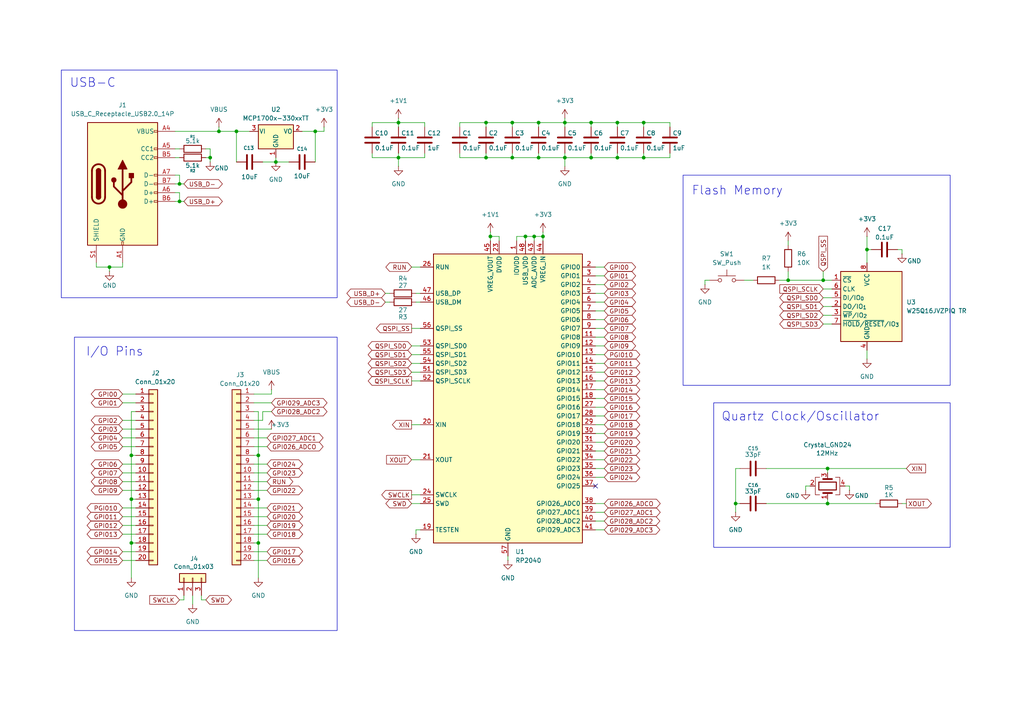
<source format=kicad_sch>
(kicad_sch (version 20250114) (generator "eeschema") (generator_version "9.0")
  (paper "A4")
  (lib_symbols
    (symbol "Connector:USB_C_Receptacle_USB2.0_14P" (pin_names (offset 1.016))
      (property "Reference" "J" (at 0 22.225 0))
      (property "Value" "USB_C_Receptacle_USB2.0_14P" (at 0 19.685 0))
      (symbol "USB_C_Receptacle_USB2.0_14P_1_1"
        (pin passive line (at -7.62 -22.86 90) (length 5.08) (name "SHIELD") (number "S1"))
        (pin passive line (at 0 -22.86 90) (length 5.08) (name "GND") (number "A1"))
        (pin passive line (at 0 -22.86 90) (length 5.08) (hide yes) (name "GND") (number "A12"))
        (pin passive line (at 0 -22.86 90) (length 5.08) (hide yes) (name "GND") (number "B1"))
        (pin passive line (at 0 -22.86 90) (length 5.08) (hide yes) (name "GND") (number "B12"))
        (pin passive line (at 15.24 15.24 180) (length 5.08) (name "VBUS") (number "A4"))
        (pin passive line (at 15.24 15.24 180) (length 5.08) (hide yes) (name "VBUS") (number "A9"))
        (pin passive line (at 15.24 15.24 180) (length 5.08) (hide yes) (name "VBUS") (number "B4"))
        (pin passive line (at 15.24 15.24 180) (length 5.08) (hide yes) (name "VBUS") (number "B9"))
        (pin bidirectional line (at 15.24 10.16 180) (length 5.08) (name "CC1") (number "A5"))
        (pin bidirectional line (at 15.24 7.62 180) (length 5.08) (name "CC2") (number "B5"))
        (pin bidirectional line (at 15.24 2.54 180) (length 5.08) (name "D-") (number "A7"))
        (pin bidirectional line (at 15.24 0 180) (length 5.08) (name "D-") (number "B7"))
        (pin bidirectional line (at 15.24 -2.54 180) (length 5.08) (name "D+") (number "A6"))
        (pin bidirectional line (at 15.24 -5.08 180) (length 5.08) (name "D+") (number "B6"))
      )
    )
    (symbol "Connector_Generic:Conn_01x03" (pin_names (offset 1.016) (hide yes))
      (property "Reference" "J" (at 0 5.08 0))
      (property "Value" "Conn_01x03" (at 0 -5.08 0))
      (symbol "Conn_01x03_1_1"
        (pin passive line (at -5.08 2.54 0) (length 3.81) (name "Pin_1") (number "1"))
        (pin passive line (at -5.08 0 0) (length 3.81) (name "Pin_2") (number "2"))
        (pin passive line (at -5.08 -2.54 0) (length 3.81) (name "Pin_3") (number "3"))
      )
    )
    (symbol "Connector_Generic:Conn_01x20" (pin_names (offset 1.016) (hide yes))
      (property "Reference" "J" (at 0 25.4 0))
      (property "Value" "Conn_01x20" (at 0 -27.94 0))
      (symbol "Conn_01x20_1_1"
        (pin passive line (at -5.08 22.86 0) (length 3.81) (name "Pin_1") (number "1"))
        (pin passive line (at -5.08 20.32 0) (length 3.81) (name "Pin_2") (number "2"))
        (pin passive line (at -5.08 17.78 0) (length 3.81) (name "Pin_3") (number "3"))
        (pin passive line (at -5.08 15.24 0) (length 3.81) (name "Pin_4") (number "4"))
        (pin passive line (at -5.08 12.7 0) (length 3.81) (name "Pin_5") (number "5"))
        (pin passive line (at -5.08 10.16 0) (length 3.81) (name "Pin_6") (number "6"))
        (pin passive line (at -5.08 7.62 0) (length 3.81) (name "Pin_7") (number "7"))
        (pin passive line (at -5.08 5.08 0) (length 3.81) (name "Pin_8") (number "8"))
        (pin passive line (at -5.08 2.54 0) (length 3.81) (name "Pin_9") (number "9"))
        (pin passive line (at -5.08 0 0) (length 3.81) (name "Pin_10") (number "10"))
        (pin passive line (at -5.08 -2.54 0) (length 3.81) (name "Pin_11") (number "11"))
        (pin passive line (at -5.08 -5.08 0) (length 3.81) (name "Pin_12") (number "12"))
        (pin passive line (at -5.08 -7.62 0) (length 3.81) (name "Pin_13") (number "13"))
        (pin passive line (at -5.08 -10.16 0) (length 3.81) (name "Pin_14") (number "14"))
        (pin passive line (at -5.08 -12.7 0) (length 3.81) (name "Pin_15") (number "15"))
        (pin passive line (at -5.08 -15.24 0) (length 3.81) (name "Pin_16") (number "16"))
        (pin passive line (at -5.08 -17.78 0) (length 3.81) (name "Pin_17") (number "17"))
        (pin passive line (at -5.08 -20.32 0) (length 3.81) (name "Pin_18") (number "18"))
        (pin passive line (at -5.08 -22.86 0) (length 3.81) (name "Pin_19") (number "19"))
        (pin passive line (at -5.08 -25.4 0) (length 3.81) (name "Pin_20") (number "20"))
      )
    )
    (symbol "Device:C" (pin_numbers (hide yes)) (pin_names (offset 0.254))
      (property "Reference" "C" (at 0.635 2.54 0))
      (property "Value" "C" (at 0.635 -2.54 0))
      (symbol "C_1_1"
        (pin passive line (at 0 3.81 270) (length 2.794) (name "~") (number "1"))
        (pin passive line (at 0 -3.81 90) (length 2.794) (name "~") (number "2"))
      )
    )
    (symbol "Device:Crystal_GND24" (pin_names (offset 1.016) (hide yes))
      (property "Reference" "Y" (at 3.175 5.08 0))
      (property "Value" "Crystal_GND24" (at 3.175 3.175 0))
      (symbol "Crystal_GND24_1_1"
        (pin passive line (at -3.81 0 0) (length 1.27) (name "1") (number "1"))
        (pin passive line (at 0 5.08 270) (length 1.27) (name "2") (number "2"))
        (pin passive line (at 0 -5.08 90) (length 1.27) (name "4") (number "4"))
        (pin passive line (at 3.81 0 180) (length 1.27) (name "3") (number "3"))
      )
    )
    (symbol "Device:R" (pin_numbers (hide yes)) (pin_names (offset 0))
      (property "Reference" "R" (at 2.032 0 90))
      (property "Value" "R" (at 0 0 90))
      (symbol "R_1_1"
        (pin passive line (at 0 3.81 270) (length 1.27) (name "~") (number "1"))
        (pin passive line (at 0 -3.81 90) (length 1.27) (name "~") (number "2"))
      )
    )
    (symbol "MCU_RaspberryPi:RP2040"
      (property "Reference" "U" (at 17.78 45.72 0))
      (property "Value" "RP2040" (at 17.78 43.18 0))
      (symbol "RP2040_1_1"
        (pin input line (at -25.4 38.1 0) (length 3.81) (name "RUN") (number "26"))
        (pin bidirectional line (at -25.4 30.48 0) (length 3.81) (name "USB_DP") (number "47"))
        (pin bidirectional line (at -25.4 27.94 0) (length 3.81) (name "USB_DM") (number "46"))
        (pin bidirectional line (at -25.4 20.32 0) (length 3.81) (name "QSPI_SS") (number "56"))
        (pin bidirectional line (at -25.4 15.24 0) (length 3.81) (name "QSPI_SD0") (number "53"))
        (pin bidirectional line (at -25.4 12.7 0) (length 3.81) (name "QSPI_SD1") (number "55"))
        (pin bidirectional line (at -25.4 10.16 0) (length 3.81) (name "QSPI_SD2") (number "54"))
        (pin bidirectional line (at -25.4 7.62 0) (length 3.81) (name "QSPI_SD3") (number "51"))
        (pin output line (at -25.4 5.08 0) (length 3.81) (name "QSPI_SCLK") (number "52"))
        (pin input line (at -25.4 -7.62 0) (length 3.81) (name "XIN") (number "20"))
        (pin passive line (at -25.4 -17.78 0) (length 3.81) (name "XOUT") (number "21"))
        (pin input line (at -25.4 -27.94 0) (length 3.81) (name "SWCLK") (number "24"))
        (pin bidirectional line (at -25.4 -30.48 0) (length 3.81) (name "SWD") (number "25"))
        (pin input line (at -25.4 -38.1 0) (length 3.81) (name "TESTEN") (number "19"))
        (pin power_out line (at -5.08 45.72 270) (length 3.81) (name "VREG_VOUT") (number "45"))
        (pin power_in line (at -2.54 45.72 270) (length 3.81) (name "DVDD") (number "23"))
        (pin passive line (at -2.54 45.72 270) (length 3.81) (hide yes) (name "DVDD") (number "50"))
        (pin power_in line (at 0 -45.72 90) (length 3.81) (name "GND") (number "57"))
        (pin power_in line (at 2.54 45.72 270) (length 3.81) (name "IOVDD") (number "1"))
        (pin passive line (at 2.54 45.72 270) (length 3.81) (hide yes) (name "IOVDD") (number "10"))
        (pin passive line (at 2.54 45.72 270) (length 3.81) (hide yes) (name "IOVDD") (number "22"))
        (pin passive line (at 2.54 45.72 270) (length 3.81) (hide yes) (name "IOVDD") (number "33"))
        (pin passive line (at 2.54 45.72 270) (length 3.81) (hide yes) (name "IOVDD") (number "42"))
        (pin passive line (at 2.54 45.72 270) (length 3.81) (hide yes) (name "IOVDD") (number "49"))
        (pin power_in line (at 5.08 45.72 270) (length 3.81) (name "USB_VDD") (number "48"))
        (pin power_in line (at 7.62 45.72 270) (length 3.81) (name "ADC_AVDD") (number "43"))
        (pin power_in line (at 10.16 45.72 270) (length 3.81) (name "VREG_IN") (number "44"))
        (pin bidirectional line (at 25.4 38.1 180) (length 3.81) (name "GPIO0") (number "2"))
        (pin bidirectional line (at 25.4 35.56 180) (length 3.81) (name "GPIO1") (number "3"))
        (pin bidirectional line (at 25.4 33.02 180) (length 3.81) (name "GPIO2") (number "4"))
        (pin bidirectional line (at 25.4 30.48 180) (length 3.81) (name "GPIO3") (number "5"))
        (pin bidirectional line (at 25.4 27.94 180) (length 3.81) (name "GPIO4") (number "6"))
        (pin bidirectional line (at 25.4 25.4 180) (length 3.81) (name "GPIO5") (number "7"))
        (pin bidirectional line (at 25.4 22.86 180) (length 3.81) (name "GPIO6") (number "8"))
        (pin bidirectional line (at 25.4 20.32 180) (length 3.81) (name "GPIO7") (number "9"))
        (pin bidirectional line (at 25.4 17.78 180) (length 3.81) (name "GPIO8") (number "11"))
        (pin bidirectional line (at 25.4 15.24 180) (length 3.81) (name "GPIO9") (number "12"))
        (pin bidirectional line (at 25.4 12.7 180) (length 3.81) (name "GPIO10") (number "13"))
        (pin bidirectional line (at 25.4 10.16 180) (length 3.81) (name "GPIO11") (number "14"))
        (pin bidirectional line (at 25.4 7.62 180) (length 3.81) (name "GPIO12") (number "15"))
        (pin bidirectional line (at 25.4 5.08 180) (length 3.81) (name "GPIO13") (number "16"))
        (pin bidirectional line (at 25.4 2.54 180) (length 3.81) (name "GPIO14") (number "17"))
        (pin bidirectional line (at 25.4 0 180) (length 3.81) (name "GPIO15") (number "18"))
        (pin bidirectional line (at 25.4 -2.54 180) (length 3.81) (name "GPIO16") (number "27"))
        (pin bidirectional line (at 25.4 -5.08 180) (length 3.81) (name "GPIO17") (number "28"))
        (pin bidirectional line (at 25.4 -7.62 180) (length 3.81) (name "GPIO18") (number "29"))
        (pin bidirectional line (at 25.4 -10.16 180) (length 3.81) (name "GPIO19") (number "30"))
        (pin bidirectional line (at 25.4 -12.7 180) (length 3.81) (name "GPIO20") (number "31"))
        (pin bidirectional line (at 25.4 -15.24 180) (length 3.81) (name "GPIO21") (number "32"))
        (pin bidirectional line (at 25.4 -17.78 180) (length 3.81) (name "GPIO22") (number "34"))
        (pin bidirectional line (at 25.4 -20.32 180) (length 3.81) (name "GPIO23") (number "35"))
        (pin bidirectional line (at 25.4 -22.86 180) (length 3.81) (name "GPIO24") (number "36"))
        (pin bidirectional line (at 25.4 -25.4 180) (length 3.81) (name "GPIO25") (number "37"))
        (pin bidirectional line (at 25.4 -30.48 180) (length 3.81) (name "GPIO26_ADC0") (number "38"))
        (pin bidirectional line (at 25.4 -33.02 180) (length 3.81) (name "GPIO27_ADC1") (number "39"))
        (pin bidirectional line (at 25.4 -35.56 180) (length 3.81) (name "GPIO28_ADC2") (number "40"))
        (pin bidirectional line (at 25.4 -38.1 180) (length 3.81) (name "GPIO29_ADC3") (number "41"))
      )
    )
    (symbol "Memory_Flash:W25Q128JVS"
      (property "Reference" "U" (at -6.35 11.43 0))
      (property "Value" "W25Q128JVS" (at 7.62 11.43 0))
      (symbol "W25Q128JVS_1_1"
        (pin input line (at -10.16 7.62 0) (length 2.54) (name "~{CS}") (number "1"))
        (pin input line (at -10.16 5.08 0) (length 2.54) (name "CLK") (number "6"))
        (pin bidirectional line (at -10.16 2.54 0) (length 2.54) (name "DI/IO_{0}") (number "5"))
        (pin bidirectional line (at -10.16 0 0) (length 2.54) (name "DO/IO_{1}") (number "2"))
        (pin bidirectional line (at -10.16 -2.54 0) (length 2.54) (name "~{WP}/IO_{2}") (number "3"))
        (pin bidirectional line (at -10.16 -5.08 0) (length 2.54) (name "~{HOLD}/~{RESET}/IO_{3}") (number "7"))
        (pin power_in line (at 0 12.7 270) (length 2.54) (name "VCC") (number "8"))
        (pin power_in line (at 0 -12.7 90) (length 2.54) (name "GND") (number "4"))
      )
    )
    (symbol "Regulator_Linear:MCP1700x-330xxTT" (pin_names (offset 0.254))
      (property "Reference" "U" (at -3.81 3.175 0))
      (property "Value" "MCP1700x-330xxTT" (at 0 3.175 0))
      (symbol "MCP1700x-330xxTT_1_1"
        (pin power_in line (at -7.62 0 0) (length 2.54) (name "VI") (number "3"))
        (pin power_in line (at 0 -7.62 90) (length 2.54) (name "GND") (number "1"))
        (pin power_out line (at 7.62 0 180) (length 2.54) (name "VO") (number "2"))
      )
    )
    (symbol "Switch:SW_Push" (pin_numbers (hide yes)) (pin_names (offset 1.016) (hide yes))
      (property "Reference" "SW" (at 1.27 2.54 0))
      (property "Value" "SW_Push" (at 0 -1.524 0))
      (symbol "SW_Push_0_1"
        (pin passive line (at -5.08 0 0) (length 2.54) (name "1") (number "1"))
        (pin passive line (at 5.08 0 180) (length 2.54) (name "2") (number "2"))
      )
    )
    (symbol "power:+1V1" (power) (pin_numbers (hide yes)) (pin_names (offset 0) (hide yes))
      (property "Value" "+1V1" (at 0 3.556 0))
      (symbol "+1V1_1_1"
        (pin power_in line (at 0 0 90) (length 0) (name "~") (number "1"))
      )
    )
    (symbol "power:+3V3" (power) (pin_numbers (hide yes)) (pin_names (offset 0) (hide yes))
      (property "Value" "+3V3" (at 0 3.556 0))
      (symbol "+3V3_1_1"
        (pin power_in line (at 0 0 90) (length 0) (name "~") (number "1"))
      )
    )
    (symbol "power:GND" (power) (pin_numbers (hide yes)) (pin_names (offset 0) (hide yes))
      (property "Value" "GND" (at 0 -3.81 0))
      (symbol "GND_1_1"
        (pin power_in line (at 0 0 270) (length 0) (name "~") (number "1"))
      )
    )
    (symbol "power:VBUS" (power) (pin_numbers (hide yes)) (pin_names (offset 0) (hide yes))
      (property "Value" "VBUS" (at 0 3.556 0))
      (symbol "VBUS_1_1"
        (pin power_in line (at 0 0 90) (length 0) (name "~") (number "1"))
      )
    )
  )
  (rectangle (start 21.59 97.79) (end 97.79 182.88))
  (rectangle (start 198.12 50.8) (end 275.59 111.76))
  (rectangle (start 17.78 20.32) (end 97.79 86.36))
  (rectangle (start 207.01 116.84) (end 275.59 158.75))
  (text "I/O Pins" (at 33.274 102.108 0) (effects (font (size 2.54 2.54))))
  (text "Flash Memory" (at 213.868 55.372 0) (effects (font (size 2.54 2.54))))
  (text "Quartz Clock/Oscillator" (at 232.156 120.904 0) (effects (font (size 2.54 2.54))))
  (text "USB-C" (at 26.924 24.13 0) (effects (font (size 2.54 2.54))))
  (junction (at 251.46 72.39))
  (junction (at 238.76 81.28))
  (junction (at 240.03 146.05))
  (junction (at 152.4 68.58))
  (junction (at 115.57 45.72))
  (junction (at 63.5 38.1))
  (junction (at 154.94 68.58))
  (junction (at 148.59 35.56))
  (junction (at 74.93 157.48))
  (junction (at 213.36 146.05))
  (junction (at 74.93 132.08))
  (junction (at 148.59 45.72))
  (junction (at 74.93 144.78))
  (junction (at 156.21 45.72))
  (junction (at 91.44 38.1))
  (junction (at 186.69 45.72))
  (junction (at 171.45 45.72))
  (junction (at 186.69 35.56))
  (junction (at 60.96 45.72))
  (junction (at 140.97 35.56))
  (junction (at 142.24 68.58))
  (junction (at 52.07 58.42))
  (junction (at 38.1 157.48))
  (junction (at 115.57 35.56))
  (junction (at 163.83 45.72))
  (junction (at 38.1 132.08))
  (junction (at 163.83 35.56))
  (junction (at 68.58 38.1))
  (junction (at 179.07 35.56))
  (junction (at 157.48 68.58))
  (junction (at 140.97 45.72))
  (junction (at 52.07 53.34))
  (junction (at 179.07 45.72))
  (junction (at 31.75 77.47))
  (junction (at 156.21 35.56))
  (junction (at 80.01 46.99))
  (junction (at 240.03 135.89))
  (junction (at 38.1 144.78))
  (junction (at 228.6 81.28))
  (junction (at 171.45 35.56))
  (no_connect (at 172.72 140.97))
  (wire (pts (xy 53.34 173.99) (xy 52.07 173.99)))
  (wire (pts (xy 73.66 127) (xy 77.47 127)))
  (wire (pts (xy 35.56 162.56) (xy 39.37 162.56)))
  (wire (pts (xy 238.76 88.9) (xy 241.3 88.9)))
  (wire (pts (xy 73.66 149.86) (xy 77.47 149.86)))
  (wire (pts (xy 115.57 45.72) (xy 115.57 48.26)))
  (wire (pts (xy 194.31 45.72) (xy 186.69 45.72)))
  (wire (pts (xy 213.36 146.05) (xy 213.36 148.59)))
  (wire (pts (xy 111.76 87.63) (xy 113.03 87.63)))
  (wire (pts (xy 111.76 85.09) (xy 113.03 85.09)))
  (wire (pts (xy 73.66 132.08) (xy 74.93 132.08)))
  (wire (pts (xy 140.97 35.56) (xy 148.59 35.56)))
  (wire (pts (xy 35.56 142.24) (xy 39.37 142.24)))
  (wire (pts (xy 107.95 35.56) (xy 115.57 35.56)))
  (wire (pts (xy 179.07 44.45) (xy 179.07 45.72)))
  (wire (pts (xy 246.38 140.97) (xy 246.38 142.24)))
  (wire (pts (xy 172.72 120.65) (xy 175.26 120.65)))
  (wire (pts (xy 172.72 95.25) (xy 175.26 95.25)))
  (wire (pts (xy 172.72 85.09) (xy 175.26 85.09)))
  (wire (pts (xy 38.1 132.08) (xy 39.37 132.08)))
  (wire (pts (xy 73.66 139.7) (xy 77.47 139.7)))
  (wire (pts (xy 52.07 53.34) (xy 50.8 53.34)))
  (wire (pts (xy 133.35 36.83) (xy 133.35 35.56)))
  (wire (pts (xy 80.01 46.99) (xy 83.82 46.99)))
  (wire (pts (xy 35.56 116.84) (xy 39.37 116.84)))
  (wire (pts (xy 50.8 45.72) (xy 52.07 45.72)))
  (wire (pts (xy 115.57 44.45) (xy 115.57 45.72)))
  (wire (pts (xy 240.03 135.89) (xy 240.03 137.16)))
  (wire (pts (xy 91.44 38.1) (xy 93.98 38.1)))
  (wire (pts (xy 123.19 35.56) (xy 115.57 35.56)))
  (wire (pts (xy 215.9 81.28) (xy 218.44 81.28)))
  (wire (pts (xy 73.66 134.62) (xy 77.47 134.62)))
  (wire (pts (xy 240.03 146.05) (xy 254 146.05)))
  (wire (pts (xy 186.69 44.45) (xy 186.69 45.72)))
  (wire (pts (xy 38.1 119.38) (xy 38.1 132.08)))
  (wire (pts (xy 163.83 45.72) (xy 163.83 44.45)))
  (wire (pts (xy 163.83 35.56) (xy 163.83 36.83)))
  (wire (pts (xy 73.66 129.54) (xy 77.47 129.54)))
  (wire (pts (xy 148.59 35.56) (xy 148.59 36.83)))
  (wire (pts (xy 35.56 152.4) (xy 39.37 152.4)))
  (wire (pts (xy 121.92 153.67) (xy 120.65 153.67)))
  (wire (pts (xy 172.72 138.43) (xy 175.26 138.43)))
  (wire (pts (xy 172.72 151.13) (xy 175.26 151.13)))
  (wire (pts (xy 73.66 142.24) (xy 77.47 142.24)))
  (wire (pts (xy 142.24 67.31) (xy 142.24 68.58)))
  (wire (pts (xy 172.72 107.95) (xy 175.26 107.95)))
  (wire (pts (xy 73.66 121.92) (xy 76.2 121.92)))
  (wire (pts (xy 251.46 101.6) (xy 251.46 104.14)))
  (wire (pts (xy 50.8 50.8) (xy 52.07 50.8)))
  (wire (pts (xy 78.74 114.3) (xy 78.74 113.03)))
  (wire (pts (xy 186.69 35.56) (xy 186.69 36.83)))
  (wire (pts (xy 172.72 102.87) (xy 175.26 102.87)))
  (wire (pts (xy 35.56 114.3) (xy 39.37 114.3)))
  (wire (pts (xy 35.56 137.16) (xy 39.37 137.16)))
  (wire (pts (xy 240.03 146.05) (xy 240.03 144.78)))
  (wire (pts (xy 123.19 44.45) (xy 123.19 45.72)))
  (wire (pts (xy 251.46 72.39) (xy 252.73 72.39)))
  (wire (pts (xy 172.72 148.59) (xy 175.26 148.59)))
  (wire (pts (xy 214.63 146.05) (xy 213.36 146.05)))
  (wire (pts (xy 245.11 140.97) (xy 246.38 140.97)))
  (wire (pts (xy 119.38 146.05) (xy 121.92 146.05)))
  (wire (pts (xy 222.25 146.05) (xy 240.03 146.05)))
  (wire (pts (xy 31.75 77.47) (xy 35.56 77.47)))
  (wire (pts (xy 172.72 80.01) (xy 175.26 80.01)))
  (wire (pts (xy 80.01 45.72) (xy 80.01 46.99)))
  (wire (pts (xy 172.72 146.05) (xy 175.26 146.05)))
  (wire (pts (xy 73.66 162.56) (xy 77.47 162.56)))
  (wire (pts (xy 60.96 43.18) (xy 60.96 45.72)))
  (wire (pts (xy 74.93 132.08) (xy 74.93 144.78)))
  (wire (pts (xy 119.38 110.49) (xy 121.92 110.49)))
  (wire (pts (xy 35.56 127) (xy 39.37 127)))
  (wire (pts (xy 73.66 154.94) (xy 77.47 154.94)))
  (wire (pts (xy 31.75 77.47) (xy 31.75 78.74)))
  (wire (pts (xy 204.47 82.55) (xy 204.47 81.28)))
  (wire (pts (xy 238.76 81.28) (xy 241.3 81.28)))
  (wire (pts (xy 73.66 160.02) (xy 77.47 160.02)))
  (wire (pts (xy 148.59 45.72) (xy 156.21 45.72)))
  (wire (pts (xy 172.72 77.47) (xy 175.26 77.47)))
  (wire (pts (xy 115.57 34.29) (xy 115.57 35.56)))
  (wire (pts (xy 228.6 69.85) (xy 228.6 71.12)))
  (wire (pts (xy 142.24 69.85) (xy 142.24 68.58)))
  (wire (pts (xy 154.94 68.58) (xy 157.48 68.58)))
  (wire (pts (xy 35.56 139.7) (xy 39.37 139.7)))
  (wire (pts (xy 156.21 35.56) (xy 163.83 35.56)))
  (wire (pts (xy 73.66 124.46) (xy 78.74 124.46)))
  (wire (pts (xy 172.72 110.49) (xy 175.26 110.49)))
  (wire (pts (xy 27.94 76.2) (xy 27.94 77.47)))
  (wire (pts (xy 133.35 45.72) (xy 140.97 45.72)))
  (wire (pts (xy 115.57 35.56) (xy 115.57 36.83)))
  (wire (pts (xy 172.72 105.41) (xy 175.26 105.41)))
  (wire (pts (xy 52.07 50.8) (xy 52.07 53.34)))
  (wire (pts (xy 52.07 53.34) (xy 53.34 53.34)))
  (wire (pts (xy 172.72 123.19) (xy 175.26 123.19)))
  (wire (pts (xy 39.37 119.38) (xy 38.1 119.38)))
  (wire (pts (xy 35.56 134.62) (xy 39.37 134.62)))
  (wire (pts (xy 35.56 129.54) (xy 39.37 129.54)))
  (wire (pts (xy 35.56 77.47) (xy 35.56 76.2)))
  (wire (pts (xy 119.38 77.47) (xy 121.92 77.47)))
  (wire (pts (xy 238.76 83.82) (xy 241.3 83.82)))
  (wire (pts (xy 140.97 44.45) (xy 140.97 45.72)))
  (wire (pts (xy 152.4 68.58) (xy 152.4 69.85)))
  (wire (pts (xy 152.4 68.58) (xy 154.94 68.58)))
  (wire (pts (xy 60.96 45.72) (xy 59.69 45.72)))
  (wire (pts (xy 142.24 68.58) (xy 144.78 68.58)))
  (wire (pts (xy 149.86 69.85) (xy 149.86 68.58)))
  (wire (pts (xy 119.38 143.51) (xy 121.92 143.51)))
  (wire (pts (xy 179.07 45.72) (xy 171.45 45.72)))
  (wire (pts (xy 194.31 44.45) (xy 194.31 45.72)))
  (wire (pts (xy 213.36 135.89) (xy 213.36 146.05)))
  (wire (pts (xy 172.72 133.35) (xy 175.26 133.35)))
  (wire (pts (xy 123.19 45.72) (xy 115.57 45.72)))
  (wire (pts (xy 172.72 92.71) (xy 175.26 92.71)))
  (wire (pts (xy 53.34 172.72) (xy 53.34 173.99)))
  (wire (pts (xy 38.1 157.48) (xy 39.37 157.48)))
  (wire (pts (xy 171.45 35.56) (xy 171.45 36.83)))
  (wire (pts (xy 149.86 68.58) (xy 152.4 68.58)))
  (wire (pts (xy 74.93 119.38) (xy 74.93 132.08)))
  (wire (pts (xy 93.98 38.1) (xy 93.98 36.83)))
  (wire (pts (xy 58.42 172.72) (xy 58.42 173.99)))
  (wire (pts (xy 119.38 100.33) (xy 121.92 100.33)))
  (wire (pts (xy 234.95 140.97) (xy 233.68 140.97)))
  (wire (pts (xy 120.65 85.09) (xy 121.92 85.09)))
  (wire (pts (xy 76.2 46.99) (xy 80.01 46.99)))
  (wire (pts (xy 73.66 157.48) (xy 74.93 157.48)))
  (wire (pts (xy 172.72 135.89) (xy 175.26 135.89)))
  (wire (pts (xy 52.07 55.88) (xy 52.07 58.42)))
  (wire (pts (xy 119.38 102.87) (xy 121.92 102.87)))
  (wire (pts (xy 55.88 172.72) (xy 55.88 175.26)))
  (wire (pts (xy 76.2 121.92) (xy 76.2 119.38)))
  (wire (pts (xy 35.56 149.86) (xy 39.37 149.86)))
  (wire (pts (xy 123.19 36.83) (xy 123.19 35.56)))
  (wire (pts (xy 228.6 81.28) (xy 238.76 81.28)))
  (wire (pts (xy 172.72 153.67) (xy 175.26 153.67)))
  (wire (pts (xy 157.48 68.58) (xy 157.48 69.85)))
  (wire (pts (xy 172.72 128.27) (xy 175.26 128.27)))
  (wire (pts (xy 148.59 35.56) (xy 156.21 35.56)))
  (wire (pts (xy 156.21 45.72) (xy 163.83 45.72)))
  (wire (pts (xy 91.44 46.99) (xy 91.44 38.1)))
  (wire (pts (xy 27.94 77.47) (xy 31.75 77.47)))
  (wire (pts (xy 238.76 93.98) (xy 241.3 93.98)))
  (wire (pts (xy 172.72 90.17) (xy 175.26 90.17)))
  (wire (pts (xy 133.35 44.45) (xy 133.35 45.72)))
  (wire (pts (xy 120.65 153.67) (xy 120.65 154.94)))
  (wire (pts (xy 233.68 140.97) (xy 233.68 142.24)))
  (wire (pts (xy 213.36 135.89) (xy 214.63 135.89)))
  (wire (pts (xy 163.83 45.72) (xy 163.83 48.26)))
  (wire (pts (xy 156.21 44.45) (xy 156.21 45.72)))
  (wire (pts (xy 35.56 124.46) (xy 39.37 124.46)))
  (wire (pts (xy 52.07 58.42) (xy 50.8 58.42)))
  (wire (pts (xy 140.97 45.72) (xy 148.59 45.72)))
  (wire (pts (xy 119.38 105.41) (xy 121.92 105.41)))
  (wire (pts (xy 58.42 173.99) (xy 59.69 173.99)))
  (wire (pts (xy 172.72 113.03) (xy 175.26 113.03)))
  (wire (pts (xy 35.56 147.32) (xy 39.37 147.32)))
  (wire (pts (xy 157.48 67.31) (xy 157.48 68.58)))
  (wire (pts (xy 74.93 157.48) (xy 74.93 167.64)))
  (wire (pts (xy 140.97 35.56) (xy 140.97 36.83)))
  (wire (pts (xy 35.56 160.02) (xy 39.37 160.02)))
  (wire (pts (xy 50.8 43.18) (xy 52.07 43.18)))
  (wire (pts (xy 251.46 72.39) (xy 251.46 76.2)))
  (wire (pts (xy 68.58 38.1) (xy 72.39 38.1)))
  (wire (pts (xy 194.31 36.83) (xy 194.31 35.56)))
  (wire (pts (xy 38.1 144.78) (xy 39.37 144.78)))
  (wire (pts (xy 73.66 119.38) (xy 74.93 119.38)))
  (wire (pts (xy 144.78 68.58) (xy 144.78 69.85)))
  (wire (pts (xy 38.1 132.08) (xy 38.1 144.78)))
  (wire (pts (xy 119.38 133.35) (xy 121.92 133.35)))
  (wire (pts (xy 60.96 45.72) (xy 60.96 46.99)))
  (wire (pts (xy 179.07 35.56) (xy 171.45 35.56)))
  (wire (pts (xy 172.72 97.79) (xy 175.26 97.79)))
  (wire (pts (xy 228.6 78.74) (xy 228.6 81.28)))
  (wire (pts (xy 238.76 91.44) (xy 241.3 91.44)))
  (wire (pts (xy 172.72 130.81) (xy 175.26 130.81)))
  (wire (pts (xy 261.62 146.05) (xy 262.89 146.05)))
  (wire (pts (xy 119.38 107.95) (xy 121.92 107.95)))
  (wire (pts (xy 35.56 121.92) (xy 39.37 121.92)))
  (wire (pts (xy 171.45 44.45) (xy 171.45 45.72)))
  (wire (pts (xy 163.83 34.29) (xy 163.83 35.56)))
  (wire (pts (xy 172.72 125.73) (xy 175.26 125.73)))
  (wire (pts (xy 133.35 35.56) (xy 140.97 35.56)))
  (wire (pts (xy 63.5 36.83) (xy 63.5 38.1)))
  (wire (pts (xy 172.72 87.63) (xy 175.26 87.63)))
  (wire (pts (xy 194.31 35.56) (xy 186.69 35.56)))
  (wire (pts (xy 179.07 35.56) (xy 179.07 36.83)))
  (wire (pts (xy 120.65 87.63) (xy 121.92 87.63)))
  (wire (pts (xy 107.95 36.83) (xy 107.95 35.56)))
  (wire (pts (xy 68.58 38.1) (xy 68.58 46.99)))
  (wire (pts (xy 119.38 95.25) (xy 121.92 95.25)))
  (wire (pts (xy 261.62 72.39) (xy 261.62 73.66)))
  (wire (pts (xy 91.44 38.1) (xy 87.63 38.1)))
  (wire (pts (xy 226.06 81.28) (xy 228.6 81.28)))
  (wire (pts (xy 73.66 152.4) (xy 77.47 152.4)))
  (wire (pts (xy 154.94 68.58) (xy 154.94 69.85)))
  (wire (pts (xy 50.8 55.88) (xy 52.07 55.88)))
  (wire (pts (xy 171.45 45.72) (xy 163.83 45.72)))
  (wire (pts (xy 38.1 157.48) (xy 38.1 167.64)))
  (wire (pts (xy 172.72 118.11) (xy 175.26 118.11)))
  (wire (pts (xy 222.25 135.89) (xy 240.03 135.89)))
  (wire (pts (xy 156.21 35.56) (xy 156.21 36.83)))
  (wire (pts (xy 35.56 154.94) (xy 39.37 154.94)))
  (wire (pts (xy 73.66 114.3) (xy 78.74 114.3)))
  (wire (pts (xy 204.47 81.28) (xy 205.74 81.28)))
  (wire (pts (xy 238.76 86.36) (xy 241.3 86.36)))
  (wire (pts (xy 172.72 100.33) (xy 175.26 100.33)))
  (wire (pts (xy 73.66 137.16) (xy 77.47 137.16)))
  (wire (pts (xy 52.07 58.42) (xy 53.34 58.42)))
  (wire (pts (xy 240.03 135.89) (xy 262.89 135.89)))
  (wire (pts (xy 107.95 44.45) (xy 107.95 45.72)))
  (wire (pts (xy 238.76 78.74) (xy 238.76 81.28)))
  (wire (pts (xy 74.93 144.78) (xy 74.93 157.48)))
  (wire (pts (xy 73.66 144.78) (xy 74.93 144.78)))
  (wire (pts (xy 171.45 35.56) (xy 163.83 35.56)))
  (wire (pts (xy 38.1 144.78) (xy 38.1 157.48)))
  (wire (pts (xy 148.59 44.45) (xy 148.59 45.72)))
  (wire (pts (xy 76.2 119.38) (xy 78.74 119.38)))
  (wire (pts (xy 59.69 43.18) (xy 60.96 43.18)))
  (wire (pts (xy 260.35 72.39) (xy 261.62 72.39)))
  (wire (pts (xy 63.5 38.1) (xy 68.58 38.1)))
  (wire (pts (xy 73.66 116.84) (xy 78.74 116.84)))
  (wire (pts (xy 73.66 147.32) (xy 77.47 147.32)))
  (wire (pts (xy 172.72 82.55) (xy 175.26 82.55)))
  (wire (pts (xy 251.46 68.58) (xy 251.46 72.39)))
  (wire (pts (xy 186.69 35.56) (xy 179.07 35.56)))
  (wire (pts (xy 107.95 45.72) (xy 115.57 45.72)))
  (wire (pts (xy 147.32 161.29) (xy 147.32 162.56)))
  (wire (pts (xy 186.69 45.72) (xy 179.07 45.72)))
  (wire (pts (xy 172.72 115.57) (xy 175.26 115.57)))
  (wire (pts (xy 50.8 38.1) (xy 63.5 38.1)))
  (wire (pts (xy 119.38 123.19) (xy 121.92 123.19)))
  (global_label "GPI04" (shape bidirectional) (at 175.26 87.63 0) (property "Intersheetrefs" "${INTERSHEET_REFS}" (effects (hide yes))))
  (global_label "GPI018" (shape bidirectional) (at 175.26 123.19 0) (property "Intersheetrefs" "${INTERSHEET_REFS}" (effects (hide yes))))
  (global_label "QSPI_SCLK" (shape output) (at 119.38 110.49 180) (property "Intersheetrefs" "${INTERSHEET_REFS}" (effects (hide yes))))
  (global_label "QSPI_SD1" (shape bidirectional) (at 238.76 88.9 180) (property "Intersheetrefs" "${INTERSHEET_REFS}" (effects (hide yes))))
  (global_label "GPI024" (shape bidirectional) (at 77.47 134.62 0) (property "Intersheetrefs" "${INTERSHEET_REFS}" (effects (hide yes))))
  (global_label "SWCLK" (shape output) (at 119.38 143.51 180) (property "Intersheetrefs" "${INTERSHEET_REFS}" (effects (hide yes))))
  (global_label "GPI018" (shape bidirectional) (at 77.47 154.94 0) (property "Intersheetrefs" "${INTERSHEET_REFS}" (effects (hide yes))))
  (global_label "SWD" (shape bidirectional) (at 119.38 146.05 180) (property "Intersheetrefs" "${INTERSHEET_REFS}" (effects (hide yes))))
  (global_label "GPI019" (shape bidirectional) (at 77.47 152.4 0) (property "Intersheetrefs" "${INTERSHEET_REFS}" (effects (hide yes))))
  (global_label "USB_D+" (shape bidirectional) (at 53.34 58.42 0) (property "Intersheetrefs" "${INTERSHEET_REFS}" (effects (hide yes))))
  (global_label "GPI00" (shape bidirectional) (at 35.56 114.3 180) (property "Intersheetrefs" "${INTERSHEET_REFS}" (effects (hide yes))))
  (global_label "GPI09" (shape bidirectional) (at 35.56 142.24 180) (property "Intersheetrefs" "${INTERSHEET_REFS}" (effects (hide yes))))
  (global_label "GPI029_ADC3" (shape bidirectional) (at 78.74 116.84 0) (property "Intersheetrefs" "${INTERSHEET_REFS}" (effects (hide yes))))
  (global_label "GPI07" (shape bidirectional) (at 175.26 95.25 0) (property "Intersheetrefs" "${INTERSHEET_REFS}" (effects (hide yes))))
  (global_label "GPI026_ADCO" (shape bidirectional) (at 77.47 129.54 0) (property "Intersheetrefs" "${INTERSHEET_REFS}" (effects (hide yes))))
  (global_label "USB_D-" (shape bidirectional) (at 53.34 53.34 0) (property "Intersheetrefs" "${INTERSHEET_REFS}" (effects (hide yes))))
  (global_label "GPI011" (shape bidirectional) (at 175.26 105.41 0) (property "Intersheetrefs" "${INTERSHEET_REFS}" (effects (hide yes))))
  (global_label "GPI020" (shape bidirectional) (at 77.47 149.86 0) (property "Intersheetrefs" "${INTERSHEET_REFS}" (effects (hide yes))))
  (global_label "XIN" (shape input) (at 262.89 135.89 0) (property "Intersheetrefs" "${INTERSHEET_REFS}" (effects (hide yes))))
  (global_label "GPI012" (shape bidirectional) (at 35.56 152.4 180) (property "Intersheetrefs" "${INTERSHEET_REFS}" (effects (hide yes))))
  (global_label "GPI028_ADC2" (shape bidirectional) (at 175.26 151.13 0) (property "Intersheetrefs" "${INTERSHEET_REFS}" (effects (hide yes))))
  (global_label "GPI08" (shape bidirectional) (at 175.26 97.79 0) (property "Intersheetrefs" "${INTERSHEET_REFS}" (effects (hide yes))))
  (global_label "GPI021" (shape bidirectional) (at 77.47 147.32 0) (property "Intersheetrefs" "${INTERSHEET_REFS}" (effects (hide yes))))
  (global_label "GPI026_ADCO" (shape bidirectional) (at 175.26 146.05 0) (property "Intersheetrefs" "${INTERSHEET_REFS}" (effects (hide yes))))
  (global_label "USB_D-" (shape bidirectional) (at 111.76 87.63 180) (property "Intersheetrefs" "${INTERSHEET_REFS}" (effects (hide yes))))
  (global_label "GPI02" (shape bidirectional) (at 35.56 121.92 180) (property "Intersheetrefs" "${INTERSHEET_REFS}" (effects (hide yes))))
  (global_label "QSPI_SD3" (shape bidirectional) (at 119.38 107.95 180) (property "Intersheetrefs" "${INTERSHEET_REFS}" (effects (hide yes))))
  (global_label "PGI010" (shape bidirectional) (at 35.56 147.32 180) (property "Intersheetrefs" "${INTERSHEET_REFS}" (effects (hide yes))))
  (global_label "GPI04" (shape bidirectional) (at 35.56 127 180) (property "Intersheetrefs" "${INTERSHEET_REFS}" (effects (hide yes))))
  (global_label "GPI013" (shape bidirectional) (at 35.56 154.94 180) (property "Intersheetrefs" "${INTERSHEET_REFS}" (effects (hide yes))))
  (global_label "GPI02" (shape bidirectional) (at 175.26 82.55 0) (property "Intersheetrefs" "${INTERSHEET_REFS}" (effects (hide yes))))
  (global_label "XIN" (shape output) (at 119.38 123.19 180) (property "Intersheetrefs" "${INTERSHEET_REFS}" (effects (hide yes))))
  (global_label "GPI029_ADC3" (shape bidirectional) (at 175.26 153.67 0) (property "Intersheetrefs" "${INTERSHEET_REFS}" (effects (hide yes))))
  (global_label "XOUT" (shape input) (at 119.38 133.35 180) (property "Intersheetrefs" "${INTERSHEET_REFS}" (effects (hide yes))))
  (global_label "GPI07" (shape bidirectional) (at 35.56 137.16 180) (property "Intersheetrefs" "${INTERSHEET_REFS}" (effects (hide yes))))
  (global_label "GPIO27_ADC1" (shape bidirectional) (at 175.26 148.59 0) (property "Intersheetrefs" "${INTERSHEET_REFS}" (effects (hide yes))))
  (global_label "QSPI_SCLK" (shape input) (at 238.76 83.82 180) (property "Intersheetrefs" "${INTERSHEET_REFS}" (effects (hide yes))))
  (global_label "RUN" (shape bidirectional) (at 119.38 77.47 180) (property "Intersheetrefs" "${INTERSHEET_REFS}" (effects (hide yes))))
  (global_label "PGI010" (shape bidirectional) (at 175.26 102.87 0) (property "Intersheetrefs" "${INTERSHEET_REFS}" (effects (hide yes))))
  (global_label "GPI015" (shape bidirectional) (at 175.26 115.57 0) (property "Intersheetrefs" "${INTERSHEET_REFS}" (effects (hide yes))))
  (global_label "GPI014" (shape bidirectional) (at 175.26 113.03 0) (property "Intersheetrefs" "${INTERSHEET_REFS}" (effects (hide yes))))
  (global_label "GPI024" (shape bidirectional) (at 175.26 138.43 0) (property "Intersheetrefs" "${INTERSHEET_REFS}" (effects (hide yes))))
  (global_label "GPI06" (shape bidirectional) (at 175.26 92.71 0) (property "Intersheetrefs" "${INTERSHEET_REFS}" (effects (hide yes))))
  (global_label "GPI014" (shape bidirectional) (at 35.56 160.02 180) (property "Intersheetrefs" "${INTERSHEET_REFS}" (effects (hide yes))))
  (global_label "GPI017" (shape bidirectional) (at 175.26 120.65 0) (property "Intersheetrefs" "${INTERSHEET_REFS}" (effects (hide yes))))
  (global_label "GPI017" (shape bidirectional) (at 77.47 160.02 0) (property "Intersheetrefs" "${INTERSHEET_REFS}" (effects (hide yes))))
  (global_label "GPI03" (shape bidirectional) (at 35.56 124.46 180) (property "Intersheetrefs" "${INTERSHEET_REFS}" (effects (hide yes))))
  (global_label "GPI01" (shape bidirectional) (at 175.26 80.01 0) (property "Intersheetrefs" "${INTERSHEET_REFS}" (effects (hide yes))))
  (global_label "GPI05" (shape bidirectional) (at 175.26 90.17 0) (property "Intersheetrefs" "${INTERSHEET_REFS}" (effects (hide yes))))
  (global_label "GPI020" (shape bidirectional) (at 175.26 128.27 0) (property "Intersheetrefs" "${INTERSHEET_REFS}" (effects (hide yes))))
  (global_label "GPI023" (shape bidirectional) (at 77.47 137.16 0) (property "Intersheetrefs" "${INTERSHEET_REFS}" (effects (hide yes))))
  (global_label "QSPI_SD2" (shape bidirectional) (at 119.38 105.41 180) (property "Intersheetrefs" "${INTERSHEET_REFS}" (effects (hide yes))))
  (global_label "RUN" (shape bidirectional) (at 77.47 139.7 0) (property "Intersheetrefs" "${INTERSHEET_REFS}" (effects (hide yes))))
  (global_label "GPI015" (shape bidirectional) (at 35.56 162.56 180) (property "Intersheetrefs" "${INTERSHEET_REFS}" (effects (hide yes))))
  (global_label "GPI06" (shape bidirectional) (at 35.56 134.62 180) (property "Intersheetrefs" "${INTERSHEET_REFS}" (effects (hide yes))))
  (global_label "QSPI_SD1" (shape bidirectional) (at 119.38 102.87 180) (property "Intersheetrefs" "${INTERSHEET_REFS}" (effects (hide yes))))
  (global_label "GPI016" (shape bidirectional) (at 175.26 118.11 0) (property "Intersheetrefs" "${INTERSHEET_REFS}" (effects (hide yes))))
  (global_label "QSPI_SD0" (shape bidirectional) (at 238.76 86.36 180) (property "Intersheetrefs" "${INTERSHEET_REFS}" (effects (hide yes))))
  (global_label "GPI021" (shape bidirectional) (at 175.26 130.81 0) (property "Intersheetrefs" "${INTERSHEET_REFS}" (effects (hide yes))))
  (global_label "GPI022" (shape bidirectional) (at 175.26 133.35 0) (property "Intersheetrefs" "${INTERSHEET_REFS}" (effects (hide yes))))
  (global_label "GPI022" (shape bidirectional) (at 77.47 142.24 0) (property "Intersheetrefs" "${INTERSHEET_REFS}" (effects (hide yes))))
  (global_label "GPI023" (shape bidirectional) (at 175.26 135.89 0) (property "Intersheetrefs" "${INTERSHEET_REFS}" (effects (hide yes))))
  (global_label "GPI05" (shape bidirectional) (at 35.56 129.54 180) (property "Intersheetrefs" "${INTERSHEET_REFS}" (effects (hide yes))))
  (global_label "QSPI_SS" (shape output) (at 119.38 95.25 180) (property "Intersheetrefs" "${INTERSHEET_REFS}" (effects (hide yes))))
  (global_label "GPI028_ADC2" (shape bidirectional) (at 78.74 119.38 0) (property "Intersheetrefs" "${INTERSHEET_REFS}" (effects (hide yes))))
  (global_label "QSPI_SD3" (shape bidirectional) (at 238.76 93.98 180) (property "Intersheetrefs" "${INTERSHEET_REFS}" (effects (hide yes))))
  (global_label "SWD" (shape bidirectional) (at 59.69 173.99 0) (property "Intersheetrefs" "${INTERSHEET_REFS}" (effects (hide yes))))
  (global_label "GPIO27_ADC1" (shape bidirectional) (at 77.47 127 0) (property "Intersheetrefs" "${INTERSHEET_REFS}" (effects (hide yes))))
  (global_label "GPI019" (shape bidirectional) (at 175.26 125.73 0) (property "Intersheetrefs" "${INTERSHEET_REFS}" (effects (hide yes))))
  (global_label "QSPI_SS" (shape input) (at 238.76 78.74 90) (property "Intersheetrefs" "${INTERSHEET_REFS}" (effects (hide yes))))
  (global_label "GPI011" (shape bidirectional) (at 35.56 149.86 180) (property "Intersheetrefs" "${INTERSHEET_REFS}" (effects (hide yes))))
  (global_label "USB_D+" (shape bidirectional) (at 111.76 85.09 180) (property "Intersheetrefs" "${INTERSHEET_REFS}" (effects (hide yes))))
  (global_label "QSPI_SD0" (shape bidirectional) (at 119.38 100.33 180) (property "Intersheetrefs" "${INTERSHEET_REFS}" (effects (hide yes))))
  (global_label "GPI013" (shape bidirectional) (at 175.26 110.49 0) (property "Intersheetrefs" "${INTERSHEET_REFS}" (effects (hide yes))))
  (global_label "GPI08" (shape bidirectional) (at 35.56 139.7 180) (property "Intersheetrefs" "${INTERSHEET_REFS}" (effects (hide yes))))
  (global_label "QSPI_SD2" (shape bidirectional) (at 238.76 91.44 180) (property "Intersheetrefs" "${INTERSHEET_REFS}" (effects (hide yes))))
  (global_label "GPI01" (shape bidirectional) (at 35.56 116.84 180) (property "Intersheetrefs" "${INTERSHEET_REFS}" (effects (hide yes))))
  (global_label "GPI03" (shape bidirectional) (at 175.26 85.09 0) (property "Intersheetrefs" "${INTERSHEET_REFS}" (effects (hide yes))))
  (global_label "XOUT" (shape output) (at 262.89 146.05 0) (property "Intersheetrefs" "${INTERSHEET_REFS}" (effects (hide yes))))
  (global_label "GPI016" (shape bidirectional) (at 77.47 162.56 0) (property "Intersheetrefs" "${INTERSHEET_REFS}" (effects (hide yes))))
  (global_label "GPI012" (shape bidirectional) (at 175.26 107.95 0) (property "Intersheetrefs" "${INTERSHEET_REFS}" (effects (hide yes))))
  (global_label "GPI00" (shape bidirectional) (at 175.26 77.47 0) (property "Intersheetrefs" "${INTERSHEET_REFS}" (effects (hide yes))))
  (global_label "SWCLK" (shape input) (at 52.07 173.99 180) (property "Intersheetrefs" "${INTERSHEET_REFS}" (effects (hide yes))))
  (global_label "GPI09" (shape bidirectional) (at 175.26 100.33 0) (property "Intersheetrefs" "${INTERSHEET_REFS}" (effects (hide yes))))
  (symbol (lib_id "Device:R") (at 257.81 146.05 90) (unit 1)
    (property "Reference" "R5" (at 257.81 141.478 90))
    (property "Value" "1K" (at 257.81 143.51 90))
    (property "Footprint" "Resistor_SMD:R_0402_1005Metric" (effects (hide yes)))
    (property "Description" "Resistor" (effects (hide yes)))
  )
  (symbol (lib_id "Device:C") (at 140.97 40.64 0) (unit 1)
    (property "Reference" "C2" (at 141.732 38.608 0) (effects (justify left)))
    (property "Value" "0.1uF" (at 141.732 42.926 0) (effects (justify left)))
    (property "Footprint" "Capacitor_SMD:C_0402_1005Metric" (effects (hide yes)))
    (property "Description" "Unpolarized capacitor" (effects (hide yes)))
  )
  (symbol (lib_id "Device:C") (at 72.39 46.99 90) (unit 1)
    (property "Reference" "C13" (at 72.136 42.926 90) (effects (font (size 1.016 1.016))))
    (property "Value" "10uF" (at 72.39 51.308 90))
    (property "Footprint" "Capacitor_SMD:C_0603_1608Metric" (effects (hide yes)))
    (property "Description" "Unpolarized capacitor" (effects (hide yes)))
  )
  (symbol (lib_id "power:GND") (at 246.38 142.24 0) (unit 1)
    (property "Reference" "#PWR011" (effects (hide yes)))
    (property "Value" "GND" (at 249.936 143.764 0))
    (property "Description" "Power symbol creates a global label with name \"GND\" , ground" (effects (hide yes)))
  )
  (symbol (lib_id "power:+1V1") (at 142.24 67.31 0) (unit 1)
    (property "Reference" "#PWR02" (effects (hide yes)))
    (property "Value" "+1V1" (at 142.24 62.23 0))
    (property "Description" "Power symbol creates a global label with name \"+1V1\"" (effects (hide yes)))
  )
  (symbol (lib_id "Device:C") (at 148.59 40.64 0) (unit 1)
    (property "Reference" "C3" (at 149.352 38.608 0) (effects (justify left)))
    (property "Value" "0.1uF" (at 149.352 42.926 0) (effects (justify left)))
    (property "Footprint" "Capacitor_SMD:C_0402_1005Metric" (effects (hide yes)))
    (property "Description" "Unpolarized capacitor" (effects (hide yes)))
  )
  (symbol (lib_id "power:GND") (at 213.36 148.59 0) (unit 1)
    (property "Reference" "#PWR013" (effects (hide yes)))
    (property "Value" "GND" (at 213.36 153.67 0))
    (property "Description" "Power symbol creates a global label with name \"GND\" , ground" (effects (hide yes)))
  )
  (symbol (lib_id "power:GND") (at 204.47 82.55 0) (unit 1)
    (property "Reference" "#PWR017" (effects (hide yes)))
    (property "Value" "GND" (at 204.47 87.63 0))
    (property "Description" "Power symbol creates a global label with name \"GND\" , ground" (effects (hide yes)))
  )
  (symbol (lib_id "power:+3V3") (at 251.46 68.58 0) (unit 1)
    (property "Reference" "#PWR014" (effects (hide yes)))
    (property "Value" "+3V3" (at 251.46 63.5 0))
    (property "Description" "Power symbol creates a global label with name \"+3V3\"" (effects (hide yes)))
  )
  (symbol (lib_id "Device:C") (at 107.95 40.64 0) (unit 1)
    (property "Reference" "C10" (at 108.712 38.608 0) (effects (justify left)))
    (property "Value" "0.1uF" (at 108.712 42.926 0) (effects (justify left)))
    (property "Footprint" "Capacitor_SMD:C_0402_1005Metric" (effects (hide yes)))
    (property "Description" "Unpolarized capacitor" (effects (hide yes)))
  )
  (symbol (lib_id "power:+3V3") (at 78.74 124.46 0) (unit 1)
    (property "Reference" "#PWR023" (effects (hide yes)))
    (property "Value" "+3V3" (at 81.28 123.19 0))
    (property "Description" "Power symbol creates a global label with name \"+3V3\"" (effects (hide yes)))
  )
  (symbol (lib_id "power:+3V3") (at 93.98 36.83 0) (unit 1)
    (property "Reference" "#PWR010" (effects (hide yes)))
    (property "Value" "+3V3" (at 93.98 31.75 0))
    (property "Description" "Power symbol creates a global label with name \"+3V3\"" (effects (hide yes)))
  )
  (symbol (lib_id "MCU_RaspberryPi:RP2040") (at 147.32 115.57 0) (unit 1)
    (property "Reference" "U1" (at 149.4633 160.02 0) (effects (justify left)))
    (property "Value" "RP2040" (at 149.4633 162.56 0) (effects (justify left)))
    (property "Footprint" "Package_DFN_QFN:QFN-56-1EP_7x7mm_P0.4mm_EP3.2x3.2mm" (effects (hide yes)))
    (property "Datasheet" "https://datasheets.raspberrypi.com/rp2040/rp2040-datasheet.pdf" (effects (hide yes)))
    (property "Description" "A microcontroller by Raspberry Pi" (effects (hide yes)))
  )
  (symbol (lib_id "Device:C") (at 218.44 146.05 90) (unit 1)
    (property "Reference" "C16" (at 218.44 140.716 90) (effects (font (size 1.016 1.016))))
    (property "Value" "33pF" (at 218.44 142.494 90))
    (property "Footprint" "Capacitor_SMD:C_0402_1005Metric" (effects (hide yes)))
    (property "Description" "Unpolarized capacitor" (effects (hide yes)))
  )
  (symbol (lib_id "Device:R") (at 55.88 45.72 270) (unit 1)
    (property "Reference" "R2" (at 55.88 49.53 90) (effects (font (size 0.762 0.762))))
    (property "Value" "5.1k" (at 55.88 48.006 90))
    (property "Footprint" "Resistor_SMD:R_0402_1005Metric" (effects (hide yes)))
    (property "Description" "Resistor" (effects (hide yes)))
  )
  (symbol (lib_id "power:GND") (at 261.62 73.66 0) (unit 1)
    (property "Reference" "#PWR026" (effects (hide yes)))
    (property "Value" "GND" (at 265.176 75.692 0))
    (property "Description" "Power symbol creates a global label with name \"GND\" , ground" (effects (hide yes)))
  )
  (symbol (lib_id "power:GND") (at 251.46 104.14 0) (unit 1)
    (property "Reference" "#PWR015" (effects (hide yes)))
    (property "Value" "GND" (at 251.46 109.22 0))
    (property "Description" "Power symbol creates a global label with name \"GND\" , ground" (effects (hide yes)))
  )
  (symbol (lib_id "power:+1V1") (at 115.57 34.29 0) (unit 1)
    (property "Reference" "#PWR04" (effects (hide yes)))
    (property "Value" "+1V1" (at 115.57 29.21 0))
    (property "Description" "Power symbol creates a global label with name \"+1V1\"" (effects (hide yes)))
  )
  (symbol (lib_id "power:GND") (at 163.83 48.26 0) (unit 1)
    (property "Reference" "#PWR020" (effects (hide yes)))
    (property "Value" "GND" (at 163.83 53.34 0))
    (property "Description" "Power symbol creates a global label with name \"GND\" , ground" (effects (hide yes)))
  )
  (symbol (lib_id "power:+3V3") (at 163.83 34.29 0) (unit 1)
    (property "Reference" "#PWR03" (effects (hide yes)))
    (property "Value" "+3V3" (at 163.83 29.21 0))
    (property "Description" "Power symbol creates a global label with name \"+3V3\"" (effects (hide yes)))
  )
  (symbol (lib_id "Device:C") (at 163.83 40.64 0) (unit 1)
    (property "Reference" "C5" (at 164.592 38.608 0) (effects (justify left)))
    (property "Value" "0.1uF" (at 164.592 42.926 0) (effects (justify left)))
    (property "Footprint" "Capacitor_SMD:C_0402_1005Metric" (effects (hide yes)))
    (property "Description" "Unpolarized capacitor" (effects (hide yes)))
  )
  (symbol (lib_id "Connector_Generic:Conn_01x20") (at 68.58 137.16 0) (mirror y) (unit 1)
    (property "Reference" "J3" (at 70.866 108.712 0) (effects (justify left)))
    (property "Value" "Conn_01x20" (at 75.438 111.252 0) (effects (justify left)))
    (property "Footprint" "Connector_PinHeader_2.54mm:PinHeader_1x20_P2.54mm_Vertical" (effects (hide yes)))
    (property "Description" "Generic connector, single row, 01x20, script generated (kicad-library-utils/schlib/autogen/connector/)" (effects (hide yes)))
  )
  (symbol (lib_id "Device:Crystal_GND24") (at 240.03 140.97 90) (unit 1)
    (property "Reference" "Crystal_GND24" (at 240.03 129.032 90))
    (property "Value" "12MHz" (at 239.903 131.445 90))
    (property "Footprint" "Crystal:Crystal_SMD_3225-4Pin_3.2x2.5mm" (effects (hide yes)))
    (property "Description" "Four pin crystal, GND on pins 2 and 4" (effects (hide yes)))
  )
  (symbol (lib_id "power:GND") (at 115.57 48.26 0) (unit 1)
    (property "Reference" "#PWR019" (effects (hide yes)))
    (property "Value" "GND" (at 115.57 53.34 0))
    (property "Description" "Power symbol creates a global label with name \"GND\" , ground" (effects (hide yes)))
  )
  (symbol (lib_id "power:GND") (at 80.01 46.99 0) (unit 1)
    (property "Reference" "#PWR08" (effects (hide yes)))
    (property "Value" "GND" (at 80.01 52.07 0))
    (property "Description" "Power symbol creates a global label with name \"GND\" , ground" (effects (hide yes)))
  )
  (symbol (lib_id "power:GND") (at 120.65 154.94 0) (unit 1)
    (property "Reference" "#PWR018" (effects (hide yes)))
    (property "Value" "GND" (at 120.65 160.02 0))
    (property "Description" "Power symbol creates a global label with name \"GND\" , ground" (effects (hide yes)))
  )
  (symbol (lib_id "power:GND") (at 31.75 78.74 0) (unit 1)
    (property "Reference" "#PWR06" (effects (hide yes)))
    (property "Value" "GND" (at 31.75 82.804 0))
    (property "Description" "Power symbol creates a global label with name \"GND\" , ground" (effects (hide yes)))
  )
  (symbol (lib_id "power:GND") (at 74.93 167.64 0) (unit 1)
    (property "Reference" "#PWR024" (effects (hide yes)))
    (property "Value" "GND" (at 74.93 172.72 0))
    (property "Description" "Power symbol creates a global label with name \"GND\" , ground" (effects (hide yes)))
  )
  (symbol (lib_id "power:GND") (at 147.32 162.56 0) (unit 1)
    (property "Reference" "#PWR05" (effects (hide yes)))
    (property "Value" "GND" (at 147.32 167.64 0))
    (property "Description" "Power symbol creates a global label with name \"GND\" , ground" (effects (hide yes)))
  )
  (symbol (lib_id "power:+3V3") (at 228.6 69.85 0) (unit 1)
    (property "Reference" "#PWR016" (effects (hide yes)))
    (property "Value" "+3V3" (at 228.6 64.77 0))
    (property "Description" "Power symbol creates a global label with name \"+3V3\"" (effects (hide yes)))
  )
  (symbol (lib_id "Device:R") (at 55.88 43.18 90) (unit 1)
    (property "Reference" "R1" (at 55.88 39.624 90) (effects (font (size 0.762 0.762))))
    (property "Value" "5.1k" (at 55.88 40.894 90))
    (property "Footprint" "Resistor_SMD:R_0402_1005Metric" (effects (hide yes)))
    (property "Description" "Resistor" (effects (hide yes)))
  )
  (symbol (lib_id "Device:R") (at 116.84 85.09 90) (unit 1)
    (property "Reference" "R4" (at 116.84 80.772 90))
    (property "Value" "27" (at 116.84 82.804 90))
    (property "Footprint" "Resistor_SMD:R_0402_1005Metric" (effects (hide yes)))
    (property "Description" "Resistor" (effects (hide yes)))
  )
  (symbol (lib_id "Device:C") (at 186.69 40.64 0) (unit 1)
    (property "Reference" "C8" (at 187.452 38.608 0) (effects (justify left)))
    (property "Value" "0.1uF" (at 187.452 42.926 0) (effects (justify left)))
    (property "Footprint" "Capacitor_SMD:C_0402_1005Metric" (effects (hide yes)))
    (property "Description" "Unpolarized capacitor" (effects (hide yes)))
  )
  (symbol (lib_id "Device:C") (at 256.54 72.39 90) (unit 1)
    (property "Reference" "C17" (at 256.54 66.294 90))
    (property "Value" "0.1uF" (at 256.54 68.834 90))
    (property "Footprint" "Capacitor_SMD:C_0402_1005Metric" (effects (hide yes)))
    (property "Description" "Unpolarized capacitor" (effects (hide yes)))
  )
  (symbol (lib_id "Switch:SW_Push") (at 210.82 81.28 0) (unit 1)
    (property "Reference" "SW1" (at 210.82 73.66 0))
    (property "Value" "SW_Push" (at 210.82 76.2 0))
    (property "Footprint" "Button_Switch_SMD:SW_Push_SPST_NO_Alps_SKRK" (effects (hide yes)))
    (property "Description" "Push button switch, generic, two pins" (effects (hide yes)))
  )
  (symbol (lib_id "power:+3V3") (at 157.48 67.31 0) (unit 1)
    (property "Reference" "#PWR01" (effects (hide yes)))
    (property "Value" "+3V3" (at 157.48 62.23 0))
    (property "Description" "Power symbol creates a global label with name \"+3V3\"" (effects (hide yes)))
  )
  (symbol (lib_id "Device:C") (at 194.31 40.64 0) (unit 1)
    (property "Reference" "C9" (at 195.072 38.608 0) (effects (justify left)))
    (property "Value" "1uF" (at 195.072 42.926 0) (effects (justify left)))
    (property "Footprint" "Capacitor_SMD:C_0402_1005Metric" (effects (hide yes)))
    (property "Description" "Unpolarized capacitor" (effects (hide yes)))
  )
  (symbol (lib_id "Device:C") (at 179.07 40.64 0) (unit 1)
    (property "Reference" "C7" (at 179.832 38.608 0) (effects (justify left)))
    (property "Value" "0.1uF" (at 179.832 42.926 0) (effects (justify left)))
    (property "Footprint" "Capacitor_SMD:C_0402_1005Metric" (effects (hide yes)))
    (property "Description" "Unpolarized capacitor" (effects (hide yes)))
  )
  (symbol (lib_id "power:GND") (at 55.88 175.26 0) (unit 1)
    (property "Reference" "#PWR025" (effects (hide yes)))
    (property "Value" "GND" (at 55.88 180.34 0))
    (property "Description" "Power symbol creates a global label with name \"GND\" , ground" (effects (hide yes)))
  )
  (symbol (lib_id "Connector_Generic:Conn_01x20") (at 44.45 137.16 0) (unit 1)
    (property "Reference" "J2" (at 43.942 108.204 0) (effects (justify left)))
    (property "Value" "Conn_01x20" (at 39.116 110.744 0) (effects (justify left)))
    (property "Footprint" "Connector_PinHeader_2.54mm:PinHeader_1x20_P2.54mm_Vertical" (effects (hide yes)))
    (property "Description" "Generic connector, single row, 01x20, script generated (kicad-library-utils/schlib/autogen/connector/)" (effects (hide yes)))
  )
  (symbol (lib_id "Device:C") (at 133.35 40.64 0) (unit 1)
    (property "Reference" "C1" (at 134.112 38.608 0) (effects (justify left)))
    (property "Value" "0.1uF" (at 134.112 42.926 0) (effects (justify left)))
    (property "Footprint" "Capacitor_SMD:C_0402_1005Metric" (effects (hide yes)))
    (property "Description" "Unpolarized capacitor" (effects (hide yes)))
  )
  (symbol (lib_id "power:GND") (at 60.96 46.99 0) (unit 1)
    (property "Reference" "#PWR07" (effects (hide yes)))
    (property "Value" "GND" (at 64.262 48.768 0))
    (property "Description" "Power symbol creates a global label with name \"GND\" , ground" (effects (hide yes)))
  )
  (symbol (lib_id "Device:C") (at 171.45 40.64 0) (unit 1)
    (property "Reference" "C6" (at 172.212 38.608 0) (effects (justify left)))
    (property "Value" "0.1uF" (at 172.212 42.926 0) (effects (justify left)))
    (property "Footprint" "Capacitor_SMD:C_0402_1005Metric" (effects (hide yes)))
    (property "Description" "Unpolarized capacitor" (effects (hide yes)))
  )
  (symbol (lib_id "power:VBUS") (at 63.5 36.83 0) (unit 1)
    (property "Reference" "#PWR09" (effects (hide yes)))
    (property "Value" "VBUS" (at 63.5 31.75 0))
    (property "Description" "Power symbol creates a global label with name \"VBUS\"" (effects (hide yes)))
  )
  (symbol (lib_id "Device:R") (at 222.25 81.28 90) (unit 1)
    (property "Reference" "R7" (at 222.25 74.93 90))
    (property "Value" "1K" (at 222.25 77.47 90))
    (property "Footprint" "Resistor_SMD:R_0402_1005Metric" (effects (hide yes)))
    (property "Description" "Resistor" (effects (hide yes)))
  )
  (symbol (lib_id "power:VBUS") (at 78.74 113.03 0) (unit 1)
    (property "Reference" "#PWR022" (effects (hide yes)))
    (property "Value" "VBUS" (at 78.74 107.95 0))
    (property "Description" "Power symbol creates a global label with name \"VBUS\"" (effects (hide yes)))
  )
  (symbol (lib_id "Device:R") (at 116.84 87.63 90) (unit 1)
    (property "Reference" "R3" (at 116.84 91.948 90))
    (property "Value" "27" (at 116.84 89.916 90))
    (property "Footprint" "Resistor_SMD:R_0402_1005Metric" (effects (hide yes)))
    (property "Description" "Resistor" (effects (hide yes)))
  )
  (symbol (lib_id "Device:C") (at 156.21 40.64 0) (unit 1)
    (property "Reference" "C4" (at 156.972 38.608 0) (effects (justify left)))
    (property "Value" "0.1uF" (at 156.972 42.926 0) (effects (justify left)))
    (property "Footprint" "Capacitor_SMD:C_0402_1005Metric" (effects (hide yes)))
    (property "Description" "Unpolarized capacitor" (effects (hide yes)))
  )
  (symbol (lib_id "power:GND") (at 38.1 167.64 0) (unit 1)
    (property "Reference" "#PWR021" (effects (hide yes)))
    (property "Value" "GND" (at 38.1 172.72 0))
    (property "Description" "Power symbol creates a global label with name \"GND\" , ground" (effects (hide yes)))
  )
  (symbol (lib_id "Device:R") (at 228.6 74.93 0) (unit 1)
    (property "Reference" "R6" (at 231.14 73.6599 0) (effects (justify left)))
    (property "Value" "10K" (at 231.14 76.1999 0) (effects (justify left)))
    (property "Footprint" "Resistor_SMD:R_0402_1005Metric" (effects (hide yes)))
    (property "Description" "Resistor" (effects (hide yes)))
  )
  (symbol (lib_id "Device:C") (at 87.63 46.99 90) (unit 1)
    (property "Reference" "C14" (at 87.63 43.18 90) (effects (font (size 1.016 1.016))))
    (property "Value" "10uF" (at 87.63 51.054 90))
    (property "Footprint" "Capacitor_SMD:C_0603_1608Metric" (effects (hide yes)))
    (property "Description" "Unpolarized capacitor" (effects (hide yes)))
  )
  (symbol (lib_id "Device:C") (at 115.57 40.64 0) (unit 1)
    (property "Reference" "C11" (at 116.332 38.608 0) (effects (justify left)))
    (property "Value" "0.1uF" (at 116.332 42.926 0) (effects (justify left)))
    (property "Footprint" "Capacitor_SMD:C_0402_1005Metric" (effects (hide yes)))
    (property "Description" "Unpolarized capacitor" (effects (hide yes)))
  )
  (symbol (lib_id "Regulator_Linear:MCP1700x-330xxTT") (at 80.01 38.1 0) (unit 1)
    (property "Reference" "U2" (at 80.01 31.75 0))
    (property "Value" "MCP1700x-330xxTT" (at 80.01 34.29 0))
    (property "Footprint" "Package_TO_SOT_SMD:SOT-23" (effects (hide yes)))
    (property "Datasheet" "http://ww1.microchip.com/downloads/en/DeviceDoc/20001826D.pdf" (effects (hide yes)))
    (property "Description" "250mA Low Quiscent Current LDO, 3.3V output, SOT-23" (effects (hide yes)))
  )
  (symbol (lib_id "Connector_Generic:Conn_01x03") (at 55.88 167.64 90) (unit 1)
    (property "Reference" "J4" (at 55.118 162.052 90) (effects (justify right)))
    (property "Value" "Conn_01x03" (at 50.292 164.338 90) (effects (justify right)))
    (property "Footprint" "Connector_PinHeader_2.54mm:PinHeader_1x03_P2.54mm_Vertical" (effects (hide yes)))
    (property "Description" "Generic connector, single row, 01x03, script generated (kicad-library-utils/schlib/autogen/connector/)" (effects (hide yes)))
  )
  (symbol (lib_id "Memory_Flash:W25Q128JVS") (at 251.46 88.9 0) (unit 1)
    (property "Reference" "U3" (at 262.89 87.6299 0) (effects (justify left)))
    (property "Value" "W25Q16JVZPIQ TR" (at 262.89 90.1699 0) (effects (justify left)))
    (property "Footprint" "Package_SON:Winbond_USON-8-1EP_3x2mm_P0.5mm_EP0.2x1.6mm" (effects (hide yes)))
    (property "Datasheet" "https://www.winbond.com/resource-files/w25q128jv_dtr%20revc%2003272018%20plus.pdf" (effects (hide yes)))
    (property "Description" "128Mbit / 16MiB Serial Flash Memory, Standard/Dual/Quad SPI, 2.7-3.6V, SOIC-8" (effects (hide yes)))
  )
  (symbol (lib_id "Connector:USB_C_Receptacle_USB2.0_14P") (at 35.56 53.34 0) (unit 1)
    (property "Reference" "J1" (at 35.56 30.48 0))
    (property "Value" "USB_C_Receptacle_USB2.0_14P" (at 35.56 33.02 0))
    (property "Footprint" "Connector_USB:USB_C_Receptacle_HRO_TYPE-C-31-M-12" (effects (hide yes)))
    (property "Datasheet" "https://www.usb.org/sites/default/files/documents/usb_type-c.zip" (effects (hide yes)))
    (property "Description" "USB 2.0-only 14P Type-C Receptacle connector" (effects (hide yes)))
  )
  (symbol (lib_id "power:GND") (at 233.68 142.24 0) (unit 1)
    (property "Reference" "#PWR012" (effects (hide yes)))
    (property "Value" "GND" (at 229.87 143.764 0))
    (property "Description" "Power symbol creates a global label with name \"GND\" , ground" (effects (hide yes)))
  )
  (symbol (lib_id "Device:C") (at 123.19 40.64 0) (unit 1)
    (property "Reference" "C12" (at 123.952 38.608 0) (effects (justify left)))
    (property "Value" "1uF" (at 123.952 42.926 0) (effects (justify left)))
    (property "Footprint" "Capacitor_SMD:C_0402_1005Metric" (effects (hide yes)))
    (property "Description" "Unpolarized capacitor" (effects (hide yes)))
  )
  (symbol (lib_id "Device:C") (at 218.44 135.89 90) (unit 1)
    (property "Reference" "C15" (at 218.44 130.048 90) (effects (font (size 1.016 1.016))))
    (property "Value" "33pF" (at 218.44 131.826 90))
    (property "Footprint" "Capacitor_SMD:C_0402_1005Metric" (effects (hide yes)))
    (property "Description" "Unpolarized capacitor" (effects (hide yes)))
  )
)
</source>
